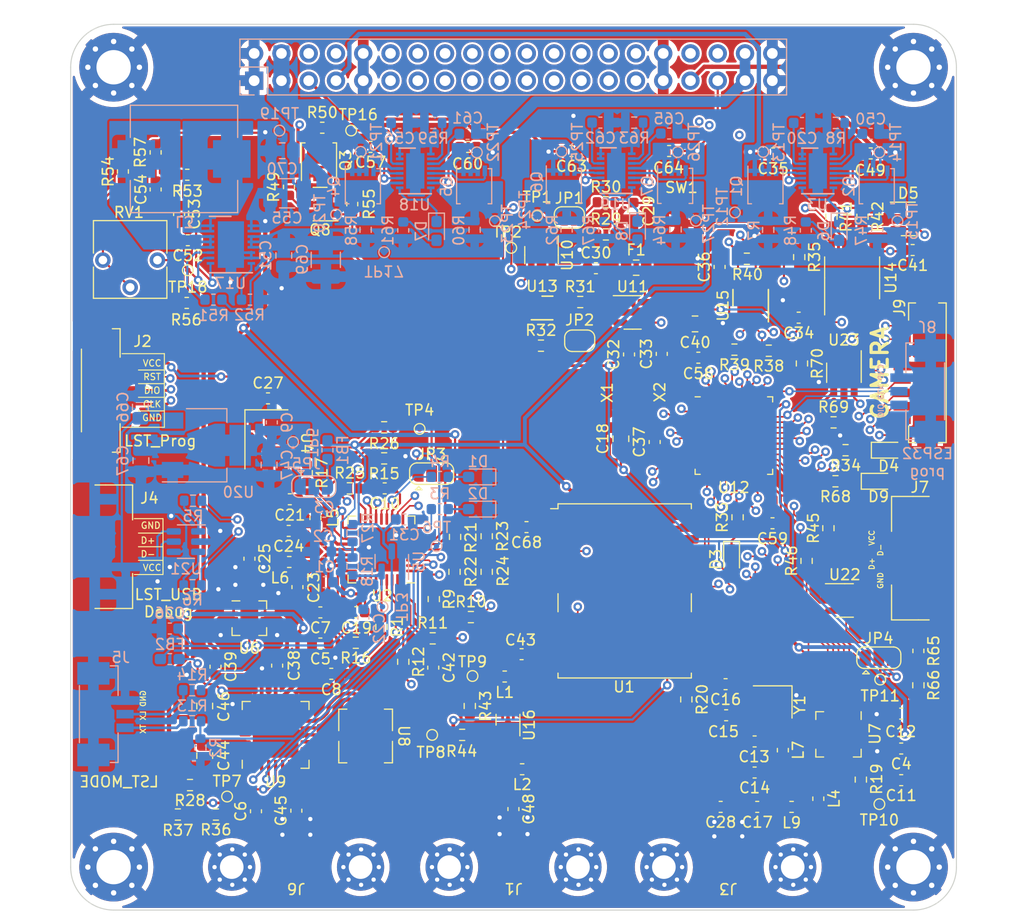
<source format=kicad_pcb>
(kicad_pcb (version 20211014) (generator pcbnew)

  (general
    (thickness 4.69)
  )

  (paper "A4")
  (layers
    (0 "F.Cu" signal)
    (1 "In1.Cu" signal)
    (2 "In2.Cu" signal)
    (31 "B.Cu" signal)
    (32 "B.Adhes" user "B.Adhesive")
    (33 "F.Adhes" user "F.Adhesive")
    (34 "B.Paste" user)
    (35 "F.Paste" user)
    (36 "B.SilkS" user "B.Silkscreen")
    (37 "F.SilkS" user "F.Silkscreen")
    (38 "B.Mask" user)
    (39 "F.Mask" user)
    (40 "Dwgs.User" user "User.Drawings")
    (41 "Cmts.User" user "User.Comments")
    (42 "Eco1.User" user "User.Eco1")
    (43 "Eco2.User" user "User.Eco2")
    (44 "Edge.Cuts" user)
    (45 "Margin" user)
    (46 "B.CrtYd" user "B.Courtyard")
    (47 "F.CrtYd" user "F.Courtyard")
    (48 "B.Fab" user)
    (49 "F.Fab" user)
    (50 "User.1" user)
    (51 "User.2" user)
    (52 "User.3" user)
    (53 "User.4" user)
    (54 "User.5" user)
    (55 "User.6" user)
    (56 "User.7" user)
    (57 "User.8" user)
    (58 "User.9" user)
  )

  (setup
    (stackup
      (layer "F.SilkS" (type "Top Silk Screen"))
      (layer "F.Paste" (type "Top Solder Paste"))
      (layer "F.Mask" (type "Top Solder Mask") (thickness 0.01))
      (layer "F.Cu" (type "copper") (thickness 0.035))
      (layer "dielectric 1" (type "core") (thickness 1.51) (material "FR4") (epsilon_r 4.5) (loss_tangent 0.02))
      (layer "In1.Cu" (type "copper") (thickness 0.035))
      (layer "dielectric 2" (type "prepreg") (thickness 1.51) (material "FR4") (epsilon_r 4.5) (loss_tangent 0.02))
      (layer "In2.Cu" (type "copper") (thickness 0.035))
      (layer "dielectric 3" (type "core") (thickness 1.51) (material "FR4") (epsilon_r 4.5) (loss_tangent 0.02))
      (layer "B.Cu" (type "copper") (thickness 0.035))
      (layer "B.Mask" (type "Bottom Solder Mask") (thickness 0.01))
      (layer "B.Paste" (type "Bottom Solder Paste"))
      (layer "B.SilkS" (type "Bottom Silk Screen"))
      (copper_finish "None")
      (dielectric_constraints no)
    )
    (pad_to_mask_clearance 0)
    (pcbplotparams
      (layerselection 0x00010fc_ffffffff)
      (disableapertmacros false)
      (usegerberextensions false)
      (usegerberattributes true)
      (usegerberadvancedattributes true)
      (creategerberjobfile true)
      (svguseinch false)
      (svgprecision 6)
      (excludeedgelayer true)
      (plotframeref false)
      (viasonmask false)
      (mode 1)
      (useauxorigin false)
      (hpglpennumber 1)
      (hpglpenspeed 20)
      (hpglpendiameter 15.000000)
      (dxfpolygonmode true)
      (dxfimperialunits true)
      (dxfusepcbnewfont true)
      (psnegative false)
      (psa4output false)
      (plotreference true)
      (plotvalue true)
      (plotinvisibletext false)
      (sketchpadsonfab false)
      (subtractmaskfromsilk false)
      (outputformat 1)
      (mirror false)
      (drillshape 1)
      (scaleselection 1)
      (outputdirectory "")
    )
  )

  (net 0 "")
  (net 1 "Net-(C1-Pad1)")
  (net 2 "GND")
  (net 3 "+3V3")
  (net 4 "/OpenLST (Beacon)/PA_VAPC")
  (net 5 "+3V8")
  (net 6 "/OpenLST (Beacon)/VDD_USB_LST")
  (net 7 "Net-(C12-Pad1)")
  (net 8 "Net-(C13-Pad2)")
  (net 9 "Net-(C15-Pad1)")
  (net 10 "Net-(C16-Pad1)")
  (net 11 "Net-(C17-Pad1)")
  (net 12 "Net-(C17-Pad2)")
  (net 13 "/MCU/MCU_POWER")
  (net 14 "Net-(C19-Pad1)")
  (net 15 "/3V3 power share/VCC_EN")
  (net 16 "Net-(C21-Pad2)")
  (net 17 "Net-(C22-Pad1)")
  (net 18 "Net-(C23-Pad2)")
  (net 19 "Net-(C24-Pad1)")
  (net 20 "Net-(C24-Pad2)")
  (net 21 "Net-(C25-Pad2)")
  (net 22 "Net-(C26-Pad1)")
  (net 23 "Net-(C29-Pad1)")
  (net 24 "/3V3 power share/EPS#1")
  (net 25 "Net-(C35-Pad2)")
  (net 26 "Net-(C38-Pad1)")
  (net 27 "Net-(C38-Pad2)")
  (net 28 "Net-(C39-Pad1)")
  (net 29 "Net-(C39-Pad2)")
  (net 30 "/MCU/VREF")
  (net 31 "Net-(C42-Pad1)")
  (net 32 "Net-(C43-Pad1)")
  (net 33 "Net-(C43-Pad2)")
  (net 34 "Net-(C45-Pad1)")
  (net 35 "Net-(C45-Pad2)")
  (net 36 "Net-(C48-Pad1)")
  (net 37 "Net-(C48-Pad2)")
  (net 38 "Net-(C49-Pad1)")
  (net 39 "/3V3 power share/EPS#2")
  (net 40 "Net-(C50-Pad1)")
  (net 41 "VIN")
  (net 42 "Net-(C52-Pad1)")
  (net 43 "Net-(C52-Pad2)")
  (net 44 "Net-(C53-Pad1)")
  (net 45 "Net-(C54-Pad1)")
  (net 46 "/Power Convertor/VBAT1/VCC_EN")
  (net 47 "/Power Convertor/EPS#1_VBAT")
  (net 48 "Net-(C57-Pad2)")
  (net 49 "Net-(C60-Pad1)")
  (net 50 "/Power Convertor/EPS#2_VBAT")
  (net 51 "Net-(C61-Pad1)")
  (net 52 "/5V power share/VCC_EN")
  (net 53 "/5V power share/EPS#1")
  (net 54 "Net-(C63-Pad2)")
  (net 55 "Net-(C64-Pad1)")
  (net 56 "/5V power share/EPS#2")
  (net 57 "Net-(C65-Pad1)")
  (net 58 "/OpenLST (Beacon)/USB_POWER_LST")
  (net 59 "Net-(D1-Pad2)")
  (net 60 "Net-(D2-Pad2)")
  (net 61 "Net-(D3-Pad1)")
  (net 62 "Net-(D4-Pad1)")
  (net 63 "/MCU/CAN_L")
  (net 64 "/MCU/CAN_H")
  (net 65 "Net-(D6-Pad1)")
  (net 66 "Net-(D6-Pad2)")
  (net 67 "Net-(D7-Pad1)")
  (net 68 "Net-(D7-Pad2)")
  (net 69 "Net-(D8-Pad1)")
  (net 70 "Net-(D8-Pad2)")
  (net 71 "Net-(D9-Pad1)")
  (net 72 "Net-(F1-Pad2)")
  (net 73 "Net-(FB1-Pad1)")
  (net 74 "/OpenLST (Beacon)/PROG_DD")
  (net 75 "/OpenLST (Beacon)/PROG_DC")
  (net 76 "/OpenLST (Beacon)/~{LST_RESET}")
  (net 77 "/MCU/USB_POWER")
  (net 78 "/MCU/SWCLK")
  (net 79 "/MCU/SWDIO")
  (net 80 "/MCU/QSPI_D1{slash}CAM_CSN")
  (net 81 "/MCU/QSPI_D2{slash}CAM_MOSI")
  (net 82 "/MCU/QSPI_D3{slash}CAM_MISO")
  (net 83 "/MCU/LED1_QSPI")
  (net 84 "+5V")
  (net 85 "/I2C_SDA")
  (net 86 "/I2C_SCL")
  (net 87 "unconnected-(J12-Pad6)")
  (net 88 "unconnected-(J12-Pad8)")
  (net 89 "unconnected-(J12-Pad11)")
  (net 90 "unconnected-(J12-Pad12)")
  (net 91 "unconnected-(J12-Pad13)")
  (net 92 "unconnected-(J12-Pad14)")
  (net 93 "unconnected-(J12-Pad15)")
  (net 94 "unconnected-(J12-Pad16)")
  (net 95 "unconnected-(J12-Pad17)")
  (net 96 "unconnected-(J12-Pad18)")
  (net 97 "/MCU/RS_485_~{B}")
  (net 98 "/MCU/RS_485_A")
  (net 99 "unconnected-(J12-Pad23)")
  (net 100 "unconnected-(J12-Pad24)")
  (net 101 "/MCU/LED1_CAM")
  (net 102 "/MCU/QSPI_SCK")
  (net 103 "/MCU/QSPI_NCS")
  (net 104 "unconnected-(J12-Pad34)")
  (net 105 "unconnected-(J12-Pad36)")
  (net 106 "Net-(JP1-Pad1)")
  (net 107 "/MCU/NRST")
  (net 108 "Net-(JP2-Pad1)")
  (net 109 "Net-(JP2-Pad2)")
  (net 110 "/OpenLST (Beacon)/RF_EN")
  (net 111 "/OpenLST (Beacon)/RF_EN_MCU")
  (net 112 "/OpenLST (Beacon)/RF_PWR_EN")
  (net 113 "Net-(JP4-Pad3)")
  (net 114 "/MCU/VDD_USB")
  (net 115 "Net-(L3-Pad1)")
  (net 116 "Net-(L3-Pad2)")
  (net 117 "Net-(L4-Pad1)")
  (net 118 "Net-(L4-Pad2)")
  (net 119 "Net-(Q1-Pad5)")
  (net 120 "Net-(Q1-Pad4)")
  (net 121 "Net-(Q2-Pad4)")
  (net 122 "Net-(Q2-Pad5)")
  (net 123 "Net-(Q3-Pad4)")
  (net 124 "Net-(Q3-Pad5)")
  (net 125 "Net-(Q4-Pad5)")
  (net 126 "Net-(Q4-Pad4)")
  (net 127 "Net-(Q5-Pad4)")
  (net 128 "Net-(Q5-Pad5)")
  (net 129 "Net-(Q6-Pad5)")
  (net 130 "Net-(Q6-Pad4)")
  (net 131 "Net-(Q7-Pad4)")
  (net 132 "Net-(Q7-Pad5)")
  (net 133 "/OpenLST (Beacon)/~{LST_RX_MODE}")
  (net 134 "/OpenLST (Beacon)/LST_TX_MODE")
  (net 135 "Net-(R3-Pad2)")
  (net 136 "Net-(R4-Pad2)")
  (net 137 "Net-(R5-Pad1)")
  (net 138 "/OpenLST (Beacon)/USB_N")
  (net 139 "/OpenLST (Beacon)/USB_P")
  (net 140 "Net-(R6-Pad2)")
  (net 141 "Net-(R8-Pad2)")
  (net 142 "Net-(R9-Pad1)")
  (net 143 "/OpenLST (Beacon)/UART0_CTS")
  (net 144 "Net-(R10-Pad1)")
  (net 145 "/OpenLST (Beacon)/UART0_RTS")
  (net 146 "Net-(R11-Pad1)")
  (net 147 "/OpenLST (Beacon)/UART0_RX")
  (net 148 "Net-(R12-Pad1)")
  (net 149 "/OpenLST (Beacon)/UART0_TX")
  (net 150 "Net-(R15-Pad2)")
  (net 151 "Net-(R16-Pad2)")
  (net 152 "Net-(R17-Pad1)")
  (net 153 "Net-(R17-Pad2)")
  (net 154 "Net-(R19-Pad2)")
  (net 155 "/OpenLST (Beacon)/AN0")
  (net 156 "/OpenLST (Beacon)/AN1")
  (net 157 "Net-(R25-Pad2)")
  (net 158 "/OpenLST (Beacon)/RF_BYP")
  (net 159 "Net-(R32-Pad1)")
  (net 160 "/MCU/LED2")
  (net 161 "/MCU/CAN_RS")
  (net 162 "/MCU/RS_485_R_EN")
  (net 163 "/MCU/RS_485_T_EN")
  (net 164 "Net-(R43-Pad2)")
  (net 165 "Net-(R44-Pad1)")
  (net 166 "Net-(R44-Pad2)")
  (net 167 "Net-(R45-Pad1)")
  (net 168 "/MCU/USB_N")
  (net 169 "/MCU/USB_P")
  (net 170 "Net-(R46-Pad2)")
  (net 171 "Net-(R51-Pad2)")
  (net 172 "Net-(R52-Pad1)")
  (net 173 "Net-(R54-Pad2)")
  (net 174 "Net-(R59-Pad2)")
  (net 175 "Net-(R63-Pad2)")
  (net 176 "unconnected-(U1-Pad1)")
  (net 177 "unconnected-(U1-Pad3)")
  (net 178 "/GPS Module/IRQ")
  (net 179 "unconnected-(U1-Pad5)")
  (net 180 "unconnected-(U1-Pad6)")
  (net 181 "/GPS Module/RESET")
  (net 182 "unconnected-(U1-Pad15)")
  (net 183 "unconnected-(U1-Pad16)")
  (net 184 "unconnected-(U1-Pad17)")
  (net 185 "/GPS Module/TXD")
  (net 186 "/GPS Module/RXD")
  (net 187 "unconnected-(U2-Pad8)")
  (net 188 "unconnected-(U2-Pad18)")
  (net 189 "unconnected-(U2-Pad20)")
  (net 190 "/MCU/NRF_CE")
  (net 191 "/MCU/NRF_SPI_CSN")
  (net 192 "/MCU/NRF_SPI_SCK")
  (net 193 "/MCU/NRF_SPI_MOSI")
  (net 194 "/MCU/NRF_SPI_MISO")
  (net 195 "/MCU/NRF_IRQ")
  (net 196 "Net-(U8-Pad2)")
  (net 197 "Net-(U8-Pad6)")
  (net 198 "unconnected-(U9-Pad14)")
  (net 199 "unconnected-(U9-Pad16)")
  (net 200 "unconnected-(U9-Pad25)")
  (net 201 "unconnected-(U10-Pad3)")
  (net 202 "/MCU/WDG_RESET")
  (net 203 "unconnected-(U11-Pad3)")
  (net 204 "unconnected-(U12-Pad1)")
  (net 205 "/MCU/LSE")
  (net 206 "/MCU/HSE")
  (net 207 "/MCU/CAN_RX")
  (net 208 "/MCU/CAN_TX")
  (net 209 "unconnected-(U13-Pad3)")
  (net 210 "/MCU/RS_485_R")
  (net 211 "/MCU/RS_485_T")
  (net 212 "unconnected-(U15-Pad7)")
  (net 213 "unconnected-(X1-Pad1)")
  (net 214 "unconnected-(U6-Pad4)")
  (net 215 "/camera/CAM_VCC")
  (net 216 "Net-(R70-Pad1)")
  (net 217 "Net-(J4-Pad2)")
  (net 218 "Net-(J4-Pad3)")
  (net 219 "Net-(J5-Pad1)")
  (net 220 "Net-(J5-Pad2)")
  (net 221 "Net-(U22-Pad4)")
  (net 222 "Net-(U22-Pad6)")

  (footprint "Capacitor_SMD:C_0805_2012Metric_Pad1.18x1.45mm_HandSolder" (layer "F.Cu") (at 143.1544 71.9044))

  (footprint "TCY_Buttons:KMT031NGJLHS" (layer "F.Cu") (at 141.8844 61.5881))

  (footprint "Resistor_SMD:R_0603_1608Metric" (layer "F.Cu") (at 98.5276 117.602))

  (footprint "Resistor_SMD:R_0603_1608Metric" (layer "F.Cu") (at 158.75 61.9252 -90))

  (footprint "Package_DFN_QFN:QFN-20-1EP_4x4mm_P0.5mm_EP2.5x2.5mm" (layer "F.Cu") (at 156.5148 110.1344 -90))

  (footprint "MountingHole:MountingHole_3.2mm_M3_Pad_Via" (layer "F.Cu") (at 163.5 122.5))

  (footprint "Resistor_SMD:R_0603_1608Metric" (layer "F.Cu") (at 120.8024 91.7448 90))

  (footprint "Capacitor_SMD:C_0603_1608Metric" (layer "F.Cu") (at 98.4905 103.8352 -90))

  (footprint "Resistor_SMD:R_0603_1608Metric" (layer "F.Cu") (at 147.9804 65.8368 180))

  (footprint "Inductor_SMD:L_0603_1608Metric" (layer "F.Cu") (at 107.7976 89.9668 -90))

  (footprint "Resistor_SMD:R_0603_1608Metric" (layer "F.Cu") (at 121.4628 110.1852))

  (footprint "MountingHole:MountingHole_3.2mm_M3_Pad_Via" (layer "F.Cu") (at 89 48))

  (footprint "Package_TO_SOT_SMD:SOT-23-6" (layer "F.Cu") (at 157.099 97.663))

  (footprint "Capacitor_SMD:C_0603_1608Metric" (layer "F.Cu") (at 105.41 88.2396))

  (footprint "TCY_Connector:Amphenol 10114830-11104LF 1x04 Vertical" (layer "F.Cu") (at 88.265 92.6592 -90))

  (footprint "Capacitor_SMD:C_0603_1608Metric" (layer "F.Cu") (at 127.4572 90.8304 180))

  (footprint "Capacitor_SMD:C_0603_1608Metric" (layer "F.Cu") (at 152.8064 71.3232 180))

  (footprint "Resistor_SMD:R_0603_1608Metric" (layer "F.Cu") (at 153.1112 75.5904 -90))

  (footprint "Capacitor_SMD:C_0603_1608Metric" (layer "F.Cu") (at 114.2492 87.2236 180))

  (footprint "Inductor_SMD:L_0603_1608Metric" (layer "F.Cu") (at 127.0508 113.3856))

  (footprint "RF_GPS:ublox_NEO" (layer "F.Cu") (at 136.6012 96.774))

  (footprint "Package_TO_SOT_SMD:SOT-23-6_Handsoldering" (layer "F.Cu") (at 157.0228 76.454 -90))

  (footprint "Capacitor_SMD:C_0603_1608Metric" (layer "F.Cu") (at 108.2548 98.7792 180))

  (footprint "Inductor_SMD:L_0603_1608Metric" (layer "F.Cu") (at 105.3344 59.1454 90))

  (footprint "Resistor_SMD:R_0603_1608Metric" (layer "F.Cu") (at 158.5976 114.3508 90))

  (footprint "Jumper:SolderJumper-2_P1.3mm_Open_RoundedPad1.0x1.5mm" (layer "F.Cu") (at 132.4108 73.4753 180))

  (footprint "Capacitor_SMD:C_0603_1608Metric" (layer "F.Cu") (at 118.7704 103.9238 90))

  (footprint "Jumper:SolderJumper-2_P1.3mm_Open_RoundedPad1.0x1.5mm" (layer "F.Cu") (at 131.4456 61.9945))

  (footprint "Inductor_SMD:L_0603_1608Metric" (layer "F.Cu") (at 95.8596 58.0136))

  (footprint "Capacitor_SMD:C_0603_1608Metric" (layer "F.Cu") (at 133.9218 66.7189))

  (footprint "Capacitor_SMD:C_0603_1608Metric" (layer "F.Cu") (at 127 102.6668 180))

  (footprint "Jumper:SolderJumper-3_P1.3mm_Open_RoundedPad1.0x1.5mm" (layer "F.Cu") (at 160.274 102.997))

  (footprint "Capacitor_SMD:C_0603_1608Metric" (layer "F.Cu") (at 148.7046 113.6904))

  (footprint "MountingHole:MountingHole_3.2mm_M3_Pad_Via" (layer "F.Cu") (at 163.5 48))

  (footprint "Resistor_SMD:R_0603_1608Metric" (layer "F.Cu") (at 111.5568 101.6 180))

  (footprint "Resistor_SMD:R_0603_1608Metric" (layer "F.Cu") (at 118.8212 97.536 -90))

  (footprint "Resistor_SMD:R_0603_1608Metric" (layer "F.Cu") (at 134.8492 60.5721))

  (footprint "Resistor_SMD:R_0603_1608Metric" (layer "F.Cu") (at 157.1752 83.6676 180))

  (footprint "Capacitor_SMD:C_0603_1608Metric" (layer "F.Cu") (at 122.0216 55.4228))

  (footprint "TCY_Connector:TestPoint_Pad_D0.5mm" (layer "F.Cu") (at 122.428 104.6988))

  (footprint "Resistor_SMD:R_0603_1608Metric" (layer "F.Cu") (at 123.7488 94.996 90))

  (footprint "Resistor_SMD:R_0603_1608Metric" (layer "F.Cu") (at 115.9764 103.378 -90))

  (footprint "Capacitor_SMD:C_0603_1608Metric" (layer "F.Cu") (at 139.3952 82.9056 90))

  (footprint "Resistor_SMD:R_0603_1608Metric" (layer "F.Cu") (at 155.575 90.932 90))

  (footprint "Resistor_SMD:R_0603_1608Metric" (layer "F.Cu") (at 110.998 87.2236))

  (footprint "Resistor_SMD:R_0603_1608Metric" (layer "F.Cu") (at 113.9444 100.1268 90))

  (footprint "footprints:iPEX" (layer "F.Cu") (at 146.25 122.5 180))

  (footprint "Capacitor_SMD:C_0603_1608Metric" (layer "F.Cu") (at 145.542 116.8908 180))

  (footprint "TCY_Connector:TestPoint_Pad_D0.5mm" (layer "F.Cu") (at 160.401 105.029))

  (footprint "Capacitor_SMD:C_0603_1608Metric" (layer "F.Cu") (at 162.3568 114.4016 180))

  (footprint "Capacitor_SMD:C_0603_1608Metric" (layer "F.Cu") (at 112.9284 55.4228))

  (footprint "Inductor_SMD:L_0603_1608Metric" (layer "F.Cu") (at 151.3332 111.6076 -90))

  (footprint "Capacitor_SMD:C_0603_1608Metric" (layer "F.Cu") (at 137.414 61.3849 -90))

  (footprint "Capacitor_SMD:C_0603_1608Metric" (layer "F.Cu") (at 159.517223 56.0263))

  (footprint "Resistor_SMD:R_0603_1608Metric" (layer "F.Cu") (at 142.3416 106.8832 90))

  (footprint "Resistor_SMD:R_0603_1608Metric" (layer "F.Cu") (at 120.7516 94.996 90))

  (footprint "Resistor_SMD:R_0603_1608Metric" (layer "F.Cu")
    (tedit 5F68FEEE) (tstamp 5d24036a-1517-4d1c-973a-f38dbff31a5e)
    (at 163.957 105.5624 -90)
    (descr "Resistor SMD 0603 (1608 Metric), square (rectangular) end terminal, IPC_7351 nominal, (Body size source: IPC-SM-782 page 72, https://www.pcb-3d.com/wordpress/wp-content/uploads/ipc-sm-782a_amendment_1_and_2.pdf), generated with kicad-footprint-generator")
    (tags "resistor")
    (property "Sheetfile" "mcu_comm.kicad_sch")
    (property "Sheetname" "MCU")
    (path "/81a5172c-b171-400d-8856-41d6e486bdd1/8aa526ba-2d51-4dc7-91b1-4600cefb5703")
    (attr smd)
    (fp_text reference "R66" (at 0 -1.43 90) (layer "F.SilkS")
  
... [3618365 chars truncated]
</source>
